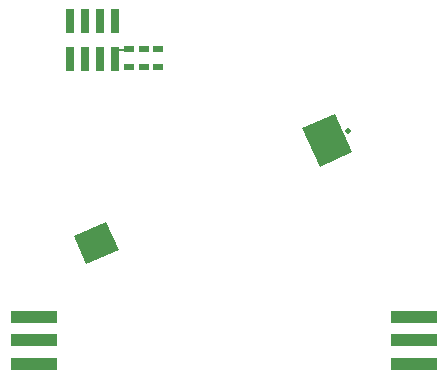
<source format=gbs>
G04 #@! TF.FileFunction,Soldermask,Bot*
%FSLAX46Y46*%
G04 Gerber Fmt 4.6, Leading zero omitted, Abs format (unit mm)*
G04 Created by KiCad (PCBNEW 4.0.0-rc2-stable) date 3/3/2016 3:47:18 PM*
%MOMM*%
G01*
G04 APERTURE LIST*
%ADD10C,0.150000*%
%ADD11R,4.000000X1.000000*%
%ADD12C,0.600000*%
%ADD13C,0.500000*%
%ADD14R,0.760000X2.000000*%
%ADD15R,0.740000X2.000000*%
%ADD16R,0.900000X0.600000*%
%ADD17R,0.900000X0.200000*%
G04 APERTURE END LIST*
D10*
D11*
X81147030Y-50192200D03*
X81147030Y-48192200D03*
X81147030Y-46192200D03*
D12*
X80147030Y-50192200D03*
X80147030Y-48192200D03*
X80147030Y-46192200D03*
D11*
X49020840Y-46192200D03*
X49020840Y-48192200D03*
X49020840Y-50192200D03*
D12*
X50020840Y-46192200D03*
X50020840Y-48192200D03*
X50020840Y-50192200D03*
D10*
G36*
X52370325Y-39379760D02*
X55110177Y-38157788D01*
X56169219Y-40532326D01*
X53429367Y-41754298D01*
X52370325Y-39379760D01*
X52370325Y-39379760D01*
G37*
G36*
X71710936Y-30206387D02*
X74450788Y-28984415D01*
X75917154Y-32272237D01*
X73177302Y-33494209D01*
X71710936Y-30206387D01*
X71710936Y-30206387D01*
G37*
D13*
X75549284Y-30465397D03*
D14*
X55832055Y-21133350D03*
X54562055Y-21133350D03*
X53292055Y-21133350D03*
X52022055Y-21133350D03*
X55832055Y-24333350D03*
X54562055Y-24333350D03*
X53292055Y-24333350D03*
D15*
X52022055Y-24333350D03*
D16*
X57027055Y-25033350D03*
X57027055Y-23533350D03*
X58277055Y-23533350D03*
X58277055Y-25033350D03*
X59527055Y-25033350D03*
X59527055Y-23533350D03*
D17*
X56377055Y-23583350D03*
M02*

</source>
